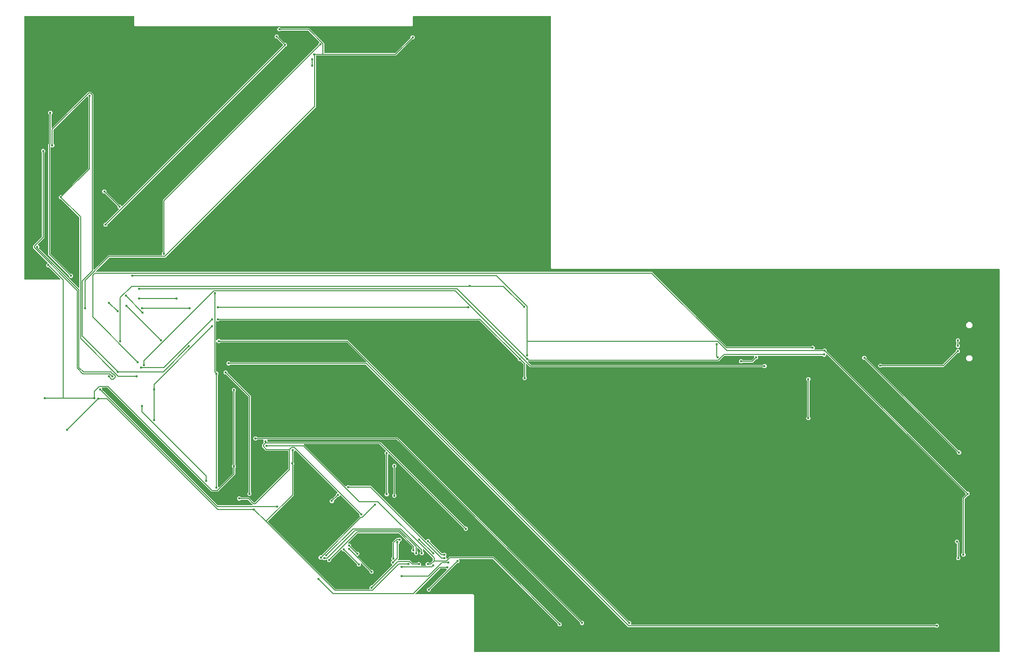
<source format=gbr>
G04 EAGLE Gerber RS-274X export*
G75*
%MOMM*%
%FSLAX34Y34*%
%LPD*%
%INBottom Copper*%
%IPPOS*%
%AMOC8*
5,1,8,0,0,1.08239X$1,22.5*%
G01*
G04 Define Apertures*
%ADD10C,0.150000*%
%ADD11C,0.452400*%
G36*
X1699535Y-229940D02*
X1699238Y-230000D01*
X785524Y-230000D01*
X785249Y-229949D01*
X784994Y-229785D01*
X784822Y-229535D01*
X784762Y-229238D01*
X784762Y-130856D01*
X783144Y-129238D01*
X682913Y-129238D01*
X682650Y-129191D01*
X682392Y-129032D01*
X682217Y-128784D01*
X682151Y-128488D01*
X682207Y-128190D01*
X682375Y-127937D01*
X725661Y-84651D01*
X725903Y-84488D01*
X726200Y-84428D01*
X735607Y-84428D01*
X735893Y-84483D01*
X736146Y-84651D01*
X737549Y-86054D01*
X737707Y-86285D01*
X737772Y-86581D01*
X737717Y-86879D01*
X737549Y-87132D01*
X707248Y-117432D01*
X707007Y-117595D01*
X706710Y-117656D01*
X704887Y-117656D01*
X702818Y-119725D01*
X702818Y-122651D01*
X704887Y-124720D01*
X707813Y-124720D01*
X709882Y-122651D01*
X709882Y-120828D01*
X709938Y-120542D01*
X710105Y-120289D01*
X755312Y-75083D01*
X755553Y-74920D01*
X755850Y-74860D01*
X757673Y-74860D01*
X759742Y-72791D01*
X759742Y-69865D01*
X758986Y-69108D01*
X758833Y-68889D01*
X758763Y-68594D01*
X758814Y-68295D01*
X758977Y-68039D01*
X759227Y-67868D01*
X759525Y-67808D01*
X817383Y-67808D01*
X817669Y-67863D01*
X817921Y-68031D01*
X930427Y-180537D01*
X930590Y-180778D01*
X930651Y-181075D01*
X930651Y-182898D01*
X932720Y-184967D01*
X935646Y-184967D01*
X937715Y-182898D01*
X937715Y-179972D01*
X935646Y-177903D01*
X933823Y-177903D01*
X933537Y-177847D01*
X933284Y-177680D01*
X819372Y-63768D01*
X741523Y-63768D01*
X738190Y-67100D01*
X737971Y-67253D01*
X737676Y-67323D01*
X737377Y-67272D01*
X737121Y-67109D01*
X736950Y-66859D01*
X736890Y-66562D01*
X736890Y-65017D01*
X735775Y-63903D01*
X735617Y-63672D01*
X735552Y-63376D01*
X735608Y-63078D01*
X735775Y-62825D01*
X736890Y-61711D01*
X736890Y-58785D01*
X734821Y-56716D01*
X731895Y-56716D01*
X730606Y-58004D01*
X730364Y-58167D01*
X730067Y-58228D01*
X729662Y-58228D01*
X729376Y-58172D01*
X729124Y-58004D01*
X708720Y-37601D01*
X708557Y-37359D01*
X708497Y-37062D01*
X708497Y-35240D01*
X706428Y-33171D01*
X703502Y-33171D01*
X701318Y-35354D01*
X701088Y-35512D01*
X700792Y-35577D01*
X700494Y-35522D01*
X700241Y-35354D01*
X605389Y59498D01*
X569063Y59498D01*
X568777Y59553D01*
X568524Y59721D01*
X567236Y61010D01*
X564310Y61010D01*
X562126Y58826D01*
X561895Y58668D01*
X561599Y58603D01*
X561301Y58658D01*
X561048Y58826D01*
X489763Y130111D01*
X488850Y131024D01*
X488697Y131244D01*
X488627Y131539D01*
X488678Y131838D01*
X488842Y132093D01*
X489092Y132265D01*
X489389Y132325D01*
X620020Y132325D01*
X620306Y132269D01*
X620559Y132102D01*
X631597Y121064D01*
X631755Y120834D01*
X631820Y120538D01*
X631764Y120239D01*
X631597Y119987D01*
X629413Y117803D01*
X629413Y114877D01*
X630702Y113588D01*
X630865Y113347D01*
X630925Y113049D01*
X630925Y48303D01*
X630869Y48017D01*
X630702Y47764D01*
X629413Y46476D01*
X629413Y43550D01*
X631482Y41481D01*
X634408Y41481D01*
X636477Y43550D01*
X636477Y46476D01*
X635188Y47764D01*
X635025Y48006D01*
X634965Y48303D01*
X634965Y113049D01*
X635021Y113335D01*
X635188Y113588D01*
X636592Y114992D01*
X636822Y115150D01*
X637118Y115215D01*
X637416Y115159D01*
X637669Y114992D01*
X766997Y-14337D01*
X767160Y-14578D01*
X767221Y-14875D01*
X767221Y-16698D01*
X769290Y-18767D01*
X772216Y-18767D01*
X774285Y-16698D01*
X774285Y-13772D01*
X772216Y-11703D01*
X770393Y-11703D01*
X770107Y-11647D01*
X769854Y-11480D01*
X622009Y136365D01*
X426027Y136365D01*
X425752Y136416D01*
X425496Y136580D01*
X425325Y136830D01*
X425265Y137127D01*
X425265Y138578D01*
X425201Y138642D01*
X425048Y138861D01*
X424978Y139156D01*
X425029Y139455D01*
X425192Y139711D01*
X425442Y139882D01*
X425740Y139943D01*
X650490Y139943D01*
X650776Y139887D01*
X651029Y139719D01*
X969207Y-178459D01*
X969370Y-178701D01*
X969431Y-178998D01*
X969431Y-180821D01*
X971500Y-182890D01*
X974426Y-182890D01*
X976495Y-180821D01*
X976495Y-177895D01*
X974426Y-175826D01*
X972603Y-175826D01*
X972317Y-175770D01*
X972064Y-175602D01*
X652479Y143983D01*
X407711Y143983D01*
X407425Y144038D01*
X407172Y144206D01*
X405883Y145495D01*
X402957Y145495D01*
X400888Y143426D01*
X400888Y140500D01*
X402957Y138431D01*
X405883Y138431D01*
X407172Y139719D01*
X407413Y139882D01*
X407711Y139943D01*
X417725Y139943D01*
X417989Y139896D01*
X418247Y139736D01*
X418422Y139489D01*
X418487Y139193D01*
X418432Y138895D01*
X418264Y138642D01*
X418201Y138578D01*
X418201Y135652D01*
X418653Y135200D01*
X418811Y134969D01*
X418876Y134673D01*
X418820Y134375D01*
X418653Y134122D01*
X416250Y131719D01*
X416250Y127276D01*
X422973Y120553D01*
X460501Y120553D01*
X460775Y120501D01*
X461031Y120338D01*
X461202Y120088D01*
X461263Y119791D01*
X461263Y89100D01*
X461207Y88814D01*
X461039Y88561D01*
X403114Y30636D01*
X402872Y30473D01*
X402575Y30413D01*
X402110Y30413D01*
X401824Y30468D01*
X401571Y30636D01*
X392792Y39415D01*
X379318Y39415D01*
X379032Y39471D01*
X378779Y39638D01*
X377491Y40927D01*
X374565Y40927D01*
X372496Y38858D01*
X372496Y35932D01*
X374565Y33863D01*
X377491Y33863D01*
X378779Y35152D01*
X379021Y35315D01*
X379318Y35375D01*
X390803Y35375D01*
X391089Y35319D01*
X391341Y35152D01*
X399627Y26866D01*
X399780Y26646D01*
X399850Y26351D01*
X399799Y26052D01*
X399636Y25797D01*
X399386Y25625D01*
X399089Y25565D01*
X339092Y25565D01*
X338806Y25621D01*
X338554Y25788D01*
X137408Y226934D01*
X137245Y227176D01*
X137185Y227473D01*
X137185Y229296D01*
X137121Y229359D01*
X136968Y229579D01*
X136898Y229874D01*
X136949Y230173D01*
X137112Y230428D01*
X137362Y230600D01*
X137660Y230660D01*
X146350Y230660D01*
X146636Y230604D01*
X146889Y230437D01*
X328101Y49225D01*
X338777Y49225D01*
X369045Y79493D01*
X369045Y90197D01*
X369101Y90483D01*
X369268Y90736D01*
X370557Y92025D01*
X370557Y94951D01*
X369268Y96239D01*
X369105Y96481D01*
X369045Y96778D01*
X369045Y223157D01*
X369101Y223443D01*
X369268Y223696D01*
X370557Y224985D01*
X370557Y227911D01*
X368488Y229980D01*
X365562Y229980D01*
X363493Y227911D01*
X363493Y224985D01*
X364782Y223696D01*
X364945Y223454D01*
X365005Y223157D01*
X365005Y96778D01*
X364949Y96492D01*
X364782Y96239D01*
X363493Y94951D01*
X363493Y92025D01*
X364782Y90736D01*
X364945Y90494D01*
X365005Y90197D01*
X365005Y81482D01*
X364949Y81196D01*
X364782Y80944D01*
X341279Y57441D01*
X341049Y57283D01*
X340753Y57218D01*
X340454Y57273D01*
X340202Y57441D01*
X338798Y58844D01*
X338635Y59086D01*
X338575Y59383D01*
X338575Y251549D01*
X338631Y251835D01*
X338798Y252088D01*
X340087Y253377D01*
X340087Y256303D01*
X338018Y258372D01*
X336888Y258372D01*
X336602Y258428D01*
X336349Y258595D01*
X336028Y258916D01*
X335865Y259158D01*
X335805Y259455D01*
X335805Y309695D01*
X335852Y309959D01*
X336011Y310217D01*
X336259Y310392D01*
X336555Y310457D01*
X336853Y310402D01*
X337106Y310234D01*
X339247Y308093D01*
X342173Y308093D01*
X343462Y309382D01*
X343703Y309545D01*
X344001Y309605D01*
X563235Y309605D01*
X563521Y309549D01*
X563774Y309382D01*
X596990Y276166D01*
X597143Y275946D01*
X597213Y275651D01*
X597162Y275352D01*
X596999Y275097D01*
X596748Y274925D01*
X596451Y274865D01*
X360621Y274865D01*
X360335Y274921D01*
X360082Y275088D01*
X358793Y276377D01*
X355867Y276377D01*
X353798Y274308D01*
X353798Y271382D01*
X355867Y269313D01*
X358793Y269313D01*
X360082Y270602D01*
X360323Y270765D01*
X360621Y270825D01*
X595783Y270825D01*
X596069Y270769D01*
X596321Y270602D01*
X1053148Y-186225D01*
X1587382Y-186225D01*
X1587668Y-186281D01*
X1587921Y-186448D01*
X1589210Y-187737D01*
X1592136Y-187737D01*
X1594205Y-185668D01*
X1594205Y-182742D01*
X1592136Y-180673D01*
X1589210Y-180673D01*
X1587921Y-181962D01*
X1587679Y-182125D01*
X1587382Y-182185D01*
X1059377Y-182185D01*
X1059114Y-182138D01*
X1058856Y-181979D01*
X1058680Y-181731D01*
X1058615Y-181435D01*
X1058671Y-181137D01*
X1058838Y-180884D01*
X1058902Y-180821D01*
X1058902Y-177895D01*
X1056833Y-175826D01*
X1055010Y-175826D01*
X1054724Y-175770D01*
X1054472Y-175602D01*
X565224Y313645D01*
X344001Y313645D01*
X343715Y313701D01*
X343462Y313868D01*
X342173Y315157D01*
X339247Y315157D01*
X337106Y313016D01*
X336886Y312863D01*
X336591Y312793D01*
X336292Y312844D01*
X336037Y313007D01*
X335865Y313257D01*
X335805Y313555D01*
X335805Y345705D01*
X335852Y345969D01*
X336011Y346227D01*
X336259Y346402D01*
X336555Y346467D01*
X336853Y346412D01*
X337106Y346244D01*
X337170Y346181D01*
X340096Y346181D01*
X341384Y347469D01*
X341626Y347632D01*
X341923Y347693D01*
X793838Y347693D01*
X794124Y347637D01*
X794376Y347469D01*
X861177Y280668D01*
X861340Y280427D01*
X861401Y280130D01*
X861401Y279000D01*
X863470Y276931D01*
X865292Y276931D01*
X865578Y276875D01*
X865831Y276707D01*
X870999Y271539D01*
X871162Y271297D01*
X871223Y271000D01*
X871223Y250513D01*
X871167Y250227D01*
X870999Y249974D01*
X869711Y248686D01*
X869711Y245760D01*
X871780Y243691D01*
X874706Y243691D01*
X876775Y245760D01*
X876775Y248686D01*
X875486Y249974D01*
X875323Y250216D01*
X875263Y250513D01*
X875263Y271669D01*
X875309Y271932D01*
X875469Y272190D01*
X875716Y272365D01*
X876012Y272431D01*
X876310Y272375D01*
X876563Y272207D01*
X882793Y265978D01*
X1287529Y265978D01*
X1287815Y265922D01*
X1288068Y265754D01*
X1289357Y264466D01*
X1292283Y264466D01*
X1294352Y266535D01*
X1294352Y269461D01*
X1292283Y271530D01*
X1289357Y271530D01*
X1288068Y270241D01*
X1287827Y270078D01*
X1287529Y270018D01*
X884782Y270018D01*
X884496Y270073D01*
X884244Y270241D01*
X879420Y275064D01*
X879267Y275284D01*
X879197Y275579D01*
X879248Y275878D01*
X879412Y276133D01*
X879662Y276305D01*
X879959Y276365D01*
X1211327Y276365D01*
X1220799Y285837D01*
X1221040Y286000D01*
X1221337Y286060D01*
X1272270Y286060D01*
X1272534Y286013D01*
X1272792Y285854D01*
X1272967Y285606D01*
X1273032Y285310D01*
X1272977Y285012D01*
X1272809Y284759D01*
X1272746Y284696D01*
X1272746Y282873D01*
X1272690Y282587D01*
X1272522Y282334D01*
X1268739Y278551D01*
X1268497Y278388D01*
X1268200Y278328D01*
X1253253Y278328D01*
X1252967Y278383D01*
X1252714Y278551D01*
X1251426Y279840D01*
X1248500Y279840D01*
X1246431Y277771D01*
X1246431Y274845D01*
X1248500Y272776D01*
X1251426Y272776D01*
X1252714Y274064D01*
X1252956Y274227D01*
X1253253Y274288D01*
X1270189Y274288D01*
X1275379Y279477D01*
X1275621Y279640D01*
X1275918Y279701D01*
X1277741Y279701D01*
X1279810Y281770D01*
X1279810Y284696D01*
X1279746Y284759D01*
X1279593Y284979D01*
X1279523Y285274D01*
X1279574Y285573D01*
X1279737Y285828D01*
X1279987Y286000D01*
X1280285Y286060D01*
X1391404Y286060D01*
X1391690Y286004D01*
X1391943Y285837D01*
X1393232Y284548D01*
X1396158Y284548D01*
X1398227Y286617D01*
X1398227Y287469D01*
X1398274Y287732D01*
X1398433Y287991D01*
X1398681Y288166D01*
X1398977Y288231D01*
X1399275Y288175D01*
X1399528Y288008D01*
X1640932Y46603D01*
X1641095Y46362D01*
X1641156Y46065D01*
X1641156Y44653D01*
X1641100Y44367D01*
X1640932Y44114D01*
X1635050Y38232D01*
X1635050Y-56957D01*
X1634994Y-57243D01*
X1634827Y-57496D01*
X1633538Y-58785D01*
X1633538Y-61711D01*
X1635607Y-63780D01*
X1638533Y-63780D01*
X1640602Y-61711D01*
X1640602Y-58785D01*
X1639313Y-57496D01*
X1639150Y-57254D01*
X1639090Y-56957D01*
X1639090Y36243D01*
X1639146Y36529D01*
X1639313Y36781D01*
X1644482Y41950D01*
X1644723Y42113D01*
X1645020Y42173D01*
X1646151Y42173D01*
X1648220Y44242D01*
X1648220Y47168D01*
X1646151Y49237D01*
X1644328Y49237D01*
X1644042Y49293D01*
X1643789Y49460D01*
X1399143Y294107D01*
X1398980Y294348D01*
X1398920Y294645D01*
X1398920Y296468D01*
X1396851Y298537D01*
X1393925Y298537D01*
X1392636Y297248D01*
X1392394Y297085D01*
X1392097Y297025D01*
X1378620Y297025D01*
X1378356Y297072D01*
X1378098Y297231D01*
X1377923Y297479D01*
X1377858Y297775D01*
X1377913Y298073D01*
X1378081Y298326D01*
X1378145Y298390D01*
X1378145Y301316D01*
X1376076Y303385D01*
X1373150Y303385D01*
X1371861Y302096D01*
X1371619Y301933D01*
X1371322Y301873D01*
X1225492Y301873D01*
X1225206Y301928D01*
X1224954Y302096D01*
X1094987Y432063D01*
X127211Y432063D01*
X126948Y432109D01*
X126690Y432269D01*
X126515Y432516D01*
X126449Y432812D01*
X126505Y433110D01*
X126673Y433363D01*
X150194Y456884D01*
X150435Y457047D01*
X150732Y457108D01*
X247367Y457108D01*
X509623Y719363D01*
X509623Y808136D01*
X509674Y808410D01*
X509837Y808666D01*
X510087Y808837D01*
X510385Y808898D01*
X649017Y808898D01*
X677059Y836940D01*
X677301Y837103D01*
X677598Y837163D01*
X679421Y837163D01*
X681490Y839232D01*
X681490Y842158D01*
X679421Y844227D01*
X676495Y844227D01*
X674426Y842158D01*
X674426Y840335D01*
X674370Y840049D01*
X674202Y839797D01*
X647566Y813161D01*
X647325Y812998D01*
X647028Y812938D01*
X524927Y812938D01*
X524652Y812989D01*
X524397Y813152D01*
X524225Y813402D01*
X524165Y813700D01*
X524165Y830452D01*
X498052Y856565D01*
X449261Y856565D01*
X448975Y856621D01*
X448722Y856788D01*
X447433Y858077D01*
X444507Y858077D01*
X442438Y856008D01*
X442438Y853082D01*
X444507Y851013D01*
X447433Y851013D01*
X448722Y852302D01*
X448963Y852465D01*
X449261Y852525D01*
X496063Y852525D01*
X496349Y852469D01*
X496601Y852302D01*
X515949Y832954D01*
X516107Y832724D01*
X516172Y832428D01*
X516117Y832129D01*
X515949Y831877D01*
X513766Y829693D01*
X513766Y827870D01*
X513710Y827584D01*
X513542Y827332D01*
X243125Y556914D01*
X243125Y467266D01*
X243069Y466980D01*
X242902Y466727D01*
X241613Y465438D01*
X241613Y462512D01*
X241677Y462448D01*
X241830Y462229D01*
X241900Y461934D01*
X241849Y461635D01*
X241685Y461379D01*
X241435Y461208D01*
X241138Y461148D01*
X148743Y461148D01*
X123816Y436220D01*
X123596Y436067D01*
X123301Y435997D01*
X123002Y436048D01*
X122747Y436212D01*
X122575Y436462D01*
X122515Y436759D01*
X122515Y741119D01*
X117869Y745765D01*
X113426Y745765D01*
X50411Y682750D01*
X50191Y682597D01*
X49896Y682527D01*
X49597Y682578D01*
X49342Y682742D01*
X49170Y682992D01*
X49110Y683289D01*
X49110Y705829D01*
X49166Y706115D01*
X49333Y706368D01*
X50622Y707657D01*
X50622Y710583D01*
X48553Y712652D01*
X45627Y712652D01*
X43558Y710583D01*
X43558Y707657D01*
X44847Y706368D01*
X45010Y706127D01*
X45070Y705829D01*
X45070Y656257D01*
X45014Y655971D01*
X44847Y655719D01*
X43685Y654557D01*
X43685Y461753D01*
X79345Y426093D01*
X79508Y425852D01*
X79568Y425555D01*
X79568Y423732D01*
X81637Y421663D01*
X84563Y421663D01*
X86632Y423732D01*
X86632Y426658D01*
X84563Y428727D01*
X82740Y428727D01*
X82454Y428783D01*
X82202Y428950D01*
X47948Y463204D01*
X47785Y463445D01*
X47725Y463742D01*
X47725Y648328D01*
X47772Y648591D01*
X47931Y648849D01*
X48179Y649025D01*
X48475Y649090D01*
X48773Y649034D01*
X49026Y648867D01*
X49090Y648803D01*
X52016Y648803D01*
X54085Y650872D01*
X54085Y653798D01*
X52796Y655087D01*
X52633Y655328D01*
X52573Y655626D01*
X52573Y678883D01*
X52628Y679169D01*
X52796Y679421D01*
X110923Y737549D01*
X111154Y737707D01*
X111450Y737772D01*
X111748Y737717D01*
X112001Y737549D01*
X113404Y736146D01*
X113567Y735904D01*
X113628Y735607D01*
X113628Y613322D01*
X113572Y613036D01*
X113404Y612784D01*
X66686Y566065D01*
X66444Y565902D01*
X66147Y565842D01*
X64325Y565842D01*
X62256Y563773D01*
X62256Y560847D01*
X64325Y558778D01*
X65455Y558778D01*
X65741Y558722D01*
X65993Y558555D01*
X97477Y527071D01*
X97640Y526830D01*
X97700Y526533D01*
X97700Y404904D01*
X97653Y404641D01*
X97494Y404382D01*
X97246Y404207D01*
X96950Y404142D01*
X96652Y404198D01*
X96399Y404365D01*
X27663Y473101D01*
X27505Y473331D01*
X27440Y473627D01*
X27496Y473926D01*
X27663Y474178D01*
X27770Y474285D01*
X27770Y477211D01*
X25586Y479394D01*
X25428Y479625D01*
X25363Y479921D01*
X25418Y480219D01*
X25586Y480472D01*
X36645Y491531D01*
X36645Y639349D01*
X36701Y639635D01*
X36868Y639888D01*
X38157Y641177D01*
X38157Y644103D01*
X36088Y646172D01*
X33162Y646172D01*
X31093Y644103D01*
X31093Y641177D01*
X32382Y639888D01*
X32545Y639647D01*
X32605Y639349D01*
X32605Y493520D01*
X32549Y493234D01*
X32382Y492981D01*
X17370Y477969D01*
X17370Y473526D01*
X18776Y472119D01*
X42279Y448617D01*
X42437Y448386D01*
X42502Y448090D01*
X42447Y447792D01*
X42279Y447539D01*
X40096Y445356D01*
X40096Y442430D01*
X42165Y440361D01*
X43987Y440361D01*
X44273Y440305D01*
X44526Y440137D01*
X64600Y420063D01*
X64753Y419843D01*
X64823Y419548D01*
X64772Y419249D01*
X64609Y418994D01*
X64359Y418822D01*
X64062Y418762D01*
X2762Y418762D01*
X2487Y418813D01*
X2232Y418977D01*
X2060Y419227D01*
X2000Y419524D01*
X2000Y877238D01*
X2051Y877513D01*
X2215Y877768D01*
X2465Y877940D01*
X2762Y878000D01*
X192476Y878000D01*
X192751Y877949D01*
X193006Y877785D01*
X193178Y877535D01*
X193238Y877238D01*
X193238Y861856D01*
X194856Y860238D01*
X677144Y860238D01*
X678762Y861856D01*
X678762Y877238D01*
X678813Y877513D01*
X678977Y877768D01*
X679227Y877940D01*
X679524Y878000D01*
X918476Y878000D01*
X918751Y877949D01*
X919006Y877785D01*
X919178Y877535D01*
X919238Y877238D01*
X919238Y438856D01*
X920856Y437238D01*
X1699238Y437238D01*
X1699513Y437187D01*
X1699768Y437023D01*
X1699940Y436773D01*
X1700000Y436476D01*
X1700000Y-229238D01*
X1699949Y-229513D01*
X1699785Y-229768D01*
X1699535Y-229940D01*
G37*
%LPC*%
G36*
X141885Y510996D02*
X144811Y510996D01*
X146880Y513065D01*
X146880Y514887D01*
X146935Y515173D01*
X147103Y515426D01*
X455459Y823782D01*
X455701Y823945D01*
X455998Y824006D01*
X457128Y824006D01*
X459197Y826075D01*
X459197Y829001D01*
X457128Y831070D01*
X455305Y831070D01*
X455019Y831125D01*
X454767Y831293D01*
X444878Y841182D01*
X444715Y841423D01*
X444655Y841720D01*
X444655Y843543D01*
X442586Y845612D01*
X439660Y845612D01*
X437591Y843543D01*
X437591Y840617D01*
X439660Y838548D01*
X441482Y838548D01*
X441768Y838492D01*
X442021Y838325D01*
X451910Y828436D01*
X452073Y828194D01*
X452133Y827897D01*
X452133Y826485D01*
X452077Y826199D01*
X451910Y825947D01*
X172418Y546455D01*
X172198Y546302D01*
X171903Y546232D01*
X171604Y546283D01*
X171349Y546446D01*
X171177Y546696D01*
X171117Y546993D01*
X171117Y547153D01*
X169048Y549222D01*
X167225Y549222D01*
X166939Y549278D01*
X166687Y549445D01*
X145025Y571107D01*
X144862Y571348D01*
X144802Y571645D01*
X144802Y573468D01*
X142733Y575537D01*
X139807Y575537D01*
X137738Y573468D01*
X137738Y570542D01*
X139807Y568473D01*
X141630Y568473D01*
X141916Y568417D01*
X142168Y568250D01*
X163830Y546588D01*
X163993Y546347D01*
X164053Y546050D01*
X164053Y544227D01*
X166122Y542158D01*
X166282Y542158D01*
X166545Y542111D01*
X166803Y541952D01*
X166978Y541704D01*
X167044Y541408D01*
X166988Y541110D01*
X166820Y540857D01*
X144246Y518283D01*
X144004Y518120D01*
X143707Y518060D01*
X141885Y518060D01*
X139816Y515991D01*
X139816Y513065D01*
X141885Y510996D01*
G37*
G36*
X1645365Y334250D02*
X1649715Y334250D01*
X1652790Y337325D01*
X1652790Y341675D01*
X1649715Y344750D01*
X1645365Y344750D01*
X1642290Y341675D01*
X1642290Y337325D01*
X1645365Y334250D01*
G37*
G36*
X1625912Y299783D02*
X1628838Y299783D01*
X1630907Y301852D01*
X1630907Y304778D01*
X1629618Y306067D01*
X1629455Y306308D01*
X1629395Y306606D01*
X1629395Y309719D01*
X1629451Y310005D01*
X1629618Y310258D01*
X1630907Y311547D01*
X1630907Y314473D01*
X1628838Y316542D01*
X1625912Y316542D01*
X1623843Y314473D01*
X1623843Y311547D01*
X1625132Y310258D01*
X1625295Y310017D01*
X1625355Y309719D01*
X1625355Y306606D01*
X1625299Y306320D01*
X1625132Y306067D01*
X1623843Y304778D01*
X1623843Y301852D01*
X1625912Y299783D01*
G37*
G36*
X1490875Y265158D02*
X1493801Y265158D01*
X1495089Y266447D01*
X1495331Y266610D01*
X1495628Y266670D01*
X1602589Y266670D01*
X1626477Y290557D01*
X1626718Y290720D01*
X1627015Y290781D01*
X1628838Y290781D01*
X1630907Y292850D01*
X1630907Y295776D01*
X1628838Y297845D01*
X1625912Y297845D01*
X1623843Y295776D01*
X1623843Y293953D01*
X1623787Y293667D01*
X1623620Y293414D01*
X1601139Y270933D01*
X1600897Y270770D01*
X1600600Y270710D01*
X1495628Y270710D01*
X1495342Y270766D01*
X1495089Y270933D01*
X1493801Y272222D01*
X1490875Y272222D01*
X1488806Y270153D01*
X1488806Y267227D01*
X1490875Y265158D01*
G37*
G36*
X1645365Y276450D02*
X1649715Y276450D01*
X1652790Y279525D01*
X1652790Y283875D01*
X1649715Y286950D01*
X1645365Y286950D01*
X1642290Y283875D01*
X1642290Y279525D01*
X1645365Y276450D01*
G37*
G36*
X1627990Y114193D02*
X1630916Y114193D01*
X1632985Y116262D01*
X1632985Y119188D01*
X1630916Y121257D01*
X1629093Y121257D01*
X1628807Y121313D01*
X1628554Y121480D01*
X1468393Y281642D01*
X1468230Y281883D01*
X1468170Y282180D01*
X1468170Y284003D01*
X1466101Y286072D01*
X1463175Y286072D01*
X1461106Y284003D01*
X1461106Y281077D01*
X1463175Y279008D01*
X1464997Y279008D01*
X1465283Y278952D01*
X1465536Y278785D01*
X1625697Y118623D01*
X1625860Y118382D01*
X1625921Y118085D01*
X1625921Y116262D01*
X1627990Y114193D01*
G37*
G36*
X392570Y42173D02*
X395496Y42173D01*
X397565Y44242D01*
X397565Y47168D01*
X396276Y48457D01*
X396113Y48698D01*
X396053Y48996D01*
X396053Y216204D01*
X356238Y256019D01*
X356075Y256261D01*
X356015Y256558D01*
X356015Y258381D01*
X353946Y260450D01*
X351020Y260450D01*
X348951Y258381D01*
X348951Y255455D01*
X351020Y253386D01*
X352842Y253386D01*
X353128Y253330D01*
X353381Y253162D01*
X391789Y214754D01*
X391952Y214512D01*
X392013Y214215D01*
X392013Y48996D01*
X391957Y48710D01*
X391789Y48457D01*
X390501Y47168D01*
X390501Y44242D01*
X392570Y42173D01*
G37*
G36*
X1365532Y173748D02*
X1368458Y173748D01*
X1370527Y175817D01*
X1370527Y178743D01*
X1369238Y180032D01*
X1369075Y180273D01*
X1369015Y180571D01*
X1369015Y241854D01*
X1369071Y242140D01*
X1369238Y242393D01*
X1370527Y243682D01*
X1370527Y246608D01*
X1368458Y248677D01*
X1365532Y248677D01*
X1363463Y246608D01*
X1363463Y243682D01*
X1364752Y242393D01*
X1364915Y242152D01*
X1364975Y241854D01*
X1364975Y180571D01*
X1364919Y180285D01*
X1364752Y180032D01*
X1363463Y178743D01*
X1363463Y175817D01*
X1365532Y173748D01*
G37*
G36*
X644640Y38711D02*
X647566Y38711D01*
X649635Y40780D01*
X649635Y43706D01*
X648346Y44994D01*
X648183Y45236D01*
X648123Y45533D01*
X648123Y91122D01*
X648178Y91408D01*
X648346Y91661D01*
X649635Y92950D01*
X649635Y95876D01*
X647566Y97945D01*
X644640Y97945D01*
X642571Y95876D01*
X642571Y92950D01*
X643859Y91661D01*
X644022Y91419D01*
X644083Y91122D01*
X644083Y45533D01*
X644027Y45247D01*
X643859Y44994D01*
X642571Y43706D01*
X642571Y40780D01*
X644640Y38711D01*
G37*
G36*
X1626605Y-70012D02*
X1629531Y-70012D01*
X1631600Y-67943D01*
X1631600Y-65017D01*
X1630311Y-63728D01*
X1630148Y-63487D01*
X1630088Y-63189D01*
X1630088Y-38636D01*
X1629745Y-38293D01*
X1629582Y-38052D01*
X1629522Y-37755D01*
X1629522Y-35932D01*
X1627453Y-33863D01*
X1624527Y-33863D01*
X1622458Y-35932D01*
X1622458Y-38858D01*
X1624527Y-40927D01*
X1625286Y-40927D01*
X1625560Y-40978D01*
X1625816Y-41142D01*
X1625987Y-41392D01*
X1626048Y-41689D01*
X1626048Y-63189D01*
X1625992Y-63475D01*
X1625824Y-63728D01*
X1624536Y-65017D01*
X1624536Y-67943D01*
X1626605Y-70012D01*
G37*
%LPD*%
G36*
X602920Y-120492D02*
X602623Y-120553D01*
X544072Y-120553D01*
X543786Y-120497D01*
X543534Y-120329D01*
X426167Y-2963D01*
X426009Y-2732D01*
X425944Y-2436D01*
X425999Y-2138D01*
X426167Y-1885D01*
X470843Y42791D01*
X470843Y95737D01*
X470898Y96023D01*
X471066Y96276D01*
X471662Y96872D01*
X471662Y99798D01*
X471066Y100394D01*
X470903Y100636D01*
X470843Y100933D01*
X470843Y118589D01*
X470898Y118875D01*
X471066Y119128D01*
X472355Y120417D01*
X472355Y121269D01*
X472401Y121532D01*
X472561Y121791D01*
X472808Y121966D01*
X473104Y122031D01*
X473402Y121975D01*
X473655Y121808D01*
X547003Y48460D01*
X547156Y48241D01*
X547226Y47946D01*
X547175Y47647D01*
X547012Y47391D01*
X546761Y47220D01*
X546464Y47160D01*
X546305Y47160D01*
X544236Y45091D01*
X544236Y43268D01*
X544180Y42982D01*
X544012Y42729D01*
X538278Y36995D01*
X538037Y36832D01*
X537740Y36772D01*
X535917Y36772D01*
X533848Y34703D01*
X533848Y31777D01*
X535917Y29708D01*
X538843Y29708D01*
X540912Y31777D01*
X540912Y33600D01*
X540968Y33886D01*
X541135Y34138D01*
X546869Y39872D01*
X547111Y40035D01*
X547408Y40096D01*
X549231Y40096D01*
X551300Y42165D01*
X551300Y42324D01*
X551346Y42587D01*
X551506Y42846D01*
X551753Y43021D01*
X552049Y43086D01*
X552347Y43030D01*
X552600Y42863D01*
X584870Y10593D01*
X585033Y10352D01*
X585093Y10055D01*
X585093Y8232D01*
X586238Y7087D01*
X586396Y6857D01*
X586461Y6561D01*
X586405Y6262D01*
X586238Y6010D01*
X518888Y-61340D01*
X518647Y-61503D01*
X518350Y-61563D01*
X516527Y-61563D01*
X514458Y-63632D01*
X514458Y-66558D01*
X516527Y-68627D01*
X519453Y-68627D01*
X519875Y-68205D01*
X520105Y-68047D01*
X520402Y-67982D01*
X520700Y-68038D01*
X520953Y-68205D01*
X522760Y-70012D01*
X525686Y-70012D01*
X526974Y-68723D01*
X527216Y-68560D01*
X527513Y-68500D01*
X528239Y-68500D01*
X528513Y-68551D01*
X528769Y-68715D01*
X528940Y-68965D01*
X529001Y-69262D01*
X529001Y-71406D01*
X531070Y-73475D01*
X533996Y-73475D01*
X536065Y-71406D01*
X536065Y-69583D01*
X536120Y-69297D01*
X536288Y-69044D01*
X553322Y-52010D01*
X553542Y-51857D01*
X553837Y-51787D01*
X554136Y-51838D01*
X554391Y-52001D01*
X554563Y-52251D01*
X554623Y-52548D01*
X554623Y-52708D01*
X556692Y-54777D01*
X558515Y-54777D01*
X558801Y-54833D01*
X559053Y-55000D01*
X580715Y-76662D01*
X580878Y-76903D01*
X580938Y-77200D01*
X580938Y-79023D01*
X583007Y-81092D01*
X585933Y-81092D01*
X588002Y-79023D01*
X588002Y-76093D01*
X588049Y-75830D01*
X588208Y-75572D01*
X588456Y-75397D01*
X588752Y-75331D01*
X589050Y-75387D01*
X589303Y-75555D01*
X602875Y-89127D01*
X603038Y-89368D01*
X603098Y-89665D01*
X603098Y-91488D01*
X605167Y-93557D01*
X608093Y-93557D01*
X610162Y-91488D01*
X610162Y-88562D01*
X608093Y-86493D01*
X606270Y-86493D01*
X605984Y-86437D01*
X605732Y-86270D01*
X583048Y-63587D01*
X582890Y-63356D01*
X582825Y-63060D01*
X582881Y-62762D01*
X583048Y-62509D01*
X585232Y-60326D01*
X585232Y-57400D01*
X583163Y-55331D01*
X581340Y-55331D01*
X581054Y-55275D01*
X580802Y-55107D01*
X570913Y-45218D01*
X570750Y-44977D01*
X570690Y-44680D01*
X570690Y-42857D01*
X568621Y-40788D01*
X566383Y-40788D01*
X566120Y-40741D01*
X565862Y-40582D01*
X565687Y-40334D01*
X565621Y-40038D01*
X565677Y-39740D01*
X565845Y-39487D01*
X582314Y-23018D01*
X582555Y-22855D01*
X582852Y-22795D01*
X653260Y-22795D01*
X653546Y-22851D01*
X653799Y-23018D01*
X677099Y-46319D01*
X677262Y-46560D01*
X677323Y-46857D01*
X677323Y-49339D01*
X677267Y-49625D01*
X677099Y-49878D01*
X675811Y-51167D01*
X675811Y-54093D01*
X677880Y-56162D01*
X679896Y-56162D01*
X680171Y-56213D01*
X680426Y-56377D01*
X680598Y-56627D01*
X680658Y-56924D01*
X680658Y-58941D01*
X682727Y-61010D01*
X685653Y-61010D01*
X687722Y-58941D01*
X687722Y-56015D01*
X686433Y-54726D01*
X686270Y-54484D01*
X686210Y-54187D01*
X686210Y-48959D01*
X686257Y-48696D01*
X686416Y-48437D01*
X686664Y-48262D01*
X686960Y-48197D01*
X687258Y-48253D01*
X687511Y-48420D01*
X691642Y-52551D01*
X691805Y-52793D01*
X691865Y-53090D01*
X691865Y-54187D01*
X691809Y-54473D01*
X691642Y-54726D01*
X690353Y-56015D01*
X690353Y-58941D01*
X692422Y-61010D01*
X695348Y-61010D01*
X697417Y-58941D01*
X697417Y-56015D01*
X696128Y-54726D01*
X695965Y-54484D01*
X695905Y-54187D01*
X695905Y-51036D01*
X695952Y-50773D01*
X696111Y-50515D01*
X696359Y-50340D01*
X696655Y-50274D01*
X696953Y-50330D01*
X697206Y-50498D01*
X713109Y-66401D01*
X713272Y-66643D01*
X713333Y-66940D01*
X713333Y-70175D01*
X713277Y-70461D01*
X713109Y-70714D01*
X709199Y-74624D01*
X708957Y-74787D01*
X708660Y-74848D01*
X707563Y-74848D01*
X707277Y-74792D01*
X707024Y-74624D01*
X705736Y-73336D01*
X702810Y-73336D01*
X700741Y-75405D01*
X700741Y-78331D01*
X700804Y-78394D01*
X700957Y-78614D01*
X701027Y-78909D01*
X700976Y-79208D01*
X700813Y-79463D01*
X700563Y-79635D01*
X700265Y-79695D01*
X693045Y-79695D01*
X692781Y-79648D01*
X692523Y-79489D01*
X692348Y-79241D01*
X692283Y-78945D01*
X692338Y-78647D01*
X692506Y-78394D01*
X692570Y-78331D01*
X692570Y-75405D01*
X690501Y-73336D01*
X687575Y-73336D01*
X686286Y-74624D01*
X686044Y-74787D01*
X685747Y-74848D01*
X678417Y-74848D01*
X678131Y-74792D01*
X677879Y-74624D01*
X673254Y-70000D01*
X652819Y-70000D01*
X652556Y-69953D01*
X652297Y-69794D01*
X652122Y-69546D01*
X652057Y-69250D01*
X652113Y-68952D01*
X652280Y-68699D01*
X653663Y-67317D01*
X653663Y-42071D01*
X653718Y-41785D01*
X653886Y-41532D01*
X655175Y-40243D01*
X655175Y-38227D01*
X655226Y-37952D01*
X655389Y-37696D01*
X655639Y-37525D01*
X655937Y-37465D01*
X656568Y-37465D01*
X658637Y-35396D01*
X658637Y-32470D01*
X656568Y-30401D01*
X653642Y-30401D01*
X652353Y-31689D01*
X652112Y-31852D01*
X651814Y-31913D01*
X649421Y-31913D01*
X642698Y-38636D01*
X642698Y-63882D01*
X642642Y-64168D01*
X642474Y-64421D01*
X641186Y-65710D01*
X641186Y-68636D01*
X642300Y-69750D01*
X642458Y-69980D01*
X642523Y-70277D01*
X642467Y-70575D01*
X642300Y-70828D01*
X640493Y-72635D01*
X640493Y-75561D01*
X642677Y-77744D01*
X642835Y-77975D01*
X642900Y-78271D01*
X642844Y-78569D01*
X642677Y-78822D01*
X607528Y-113970D01*
X607287Y-114133D01*
X606990Y-114193D01*
X605167Y-114193D01*
X603098Y-116262D01*
X603098Y-119188D01*
X603162Y-119252D01*
X603315Y-119471D01*
X603385Y-119766D01*
X603334Y-120065D01*
X603170Y-120321D01*
X602920Y-120492D01*
G37*
D10*
X617710Y-35318D02*
X635715Y-35318D01*
X359408Y81023D02*
X359408Y238220D01*
X359408Y81023D02*
X351098Y72713D01*
X247223Y804685D02*
X247223Y834463D01*
X472285Y810918D02*
X472285Y799145D01*
X458435Y785295D01*
X94873Y754133D02*
X65095Y754133D01*
X94873Y754133D02*
X105953Y743053D01*
X1231958Y121880D02*
X1231958Y112878D01*
X1231958Y121880D02*
X1221570Y132268D01*
X1509650Y216753D02*
X1509650Y230603D01*
X1508958Y231295D01*
X1508958Y231988D02*
X1484720Y256225D01*
X1508958Y231988D02*
X1508958Y231295D01*
D11*
X635715Y-35318D03*
X617710Y-35318D03*
X359408Y238220D03*
X351098Y72713D03*
X247223Y834463D03*
X247223Y804685D03*
X472285Y810918D03*
X458435Y785295D03*
X65095Y754133D03*
X105953Y743053D03*
X1231958Y112878D03*
X1221570Y132268D03*
X1509650Y216753D03*
X1508958Y231295D03*
X1484720Y256225D03*
D10*
X1492338Y268690D02*
X1601753Y268690D01*
X1627375Y294313D01*
D11*
X1492338Y268690D03*
X1627375Y294313D03*
D10*
X1627375Y303315D02*
X1627375Y313010D01*
D11*
X1627375Y313010D03*
X1627375Y303315D03*
D10*
X1366995Y245145D02*
X1366995Y177280D01*
D11*
X1366995Y245145D03*
X1366995Y177280D03*
D10*
X394033Y215368D02*
X394033Y45705D01*
X394033Y215368D02*
X352483Y256918D01*
X243760Y258303D02*
X164123Y258303D01*
X243760Y258303D02*
X288080Y302623D01*
X50553Y652335D02*
X50553Y680035D01*
X114263Y743745D01*
X117033Y743745D01*
X120495Y740283D01*
X120495Y434198D01*
X102490Y416193D01*
X102490Y320628D01*
X164123Y258995D01*
X164123Y258303D01*
D11*
X394033Y45705D03*
X352483Y256918D03*
X164123Y258303D03*
X288080Y302623D03*
X50553Y652335D03*
D10*
X130190Y211213D02*
X76175Y157198D01*
X34625Y492368D02*
X34625Y642640D01*
X34625Y492368D02*
X19390Y477133D01*
X19390Y474363D01*
X94180Y399573D01*
X94180Y264535D01*
X103875Y254840D01*
X150273Y254840D01*
X155120Y249993D01*
X653720Y-76868D02*
X671033Y-76868D01*
X653720Y-76868D02*
X608015Y-122573D01*
X542920Y-122573D01*
X422771Y-2424D02*
X401650Y18698D01*
X422771Y-2424D02*
X542920Y-122573D01*
X468823Y43628D02*
X468823Y98335D01*
X468823Y121880D01*
X468823Y43628D02*
X422771Y-2424D01*
X468130Y98335D02*
X468823Y98335D01*
X146118Y211213D02*
X130190Y211213D01*
X146118Y211213D02*
X338633Y18698D01*
X401650Y18698D01*
D11*
X130190Y211213D03*
X76175Y157198D03*
X34625Y642640D03*
X155120Y249993D03*
X671033Y-76868D03*
X401650Y18698D03*
X468823Y121880D03*
X468130Y98335D03*
D10*
X69943Y211905D02*
X37395Y211905D01*
X69943Y211905D02*
X123958Y211905D01*
X69943Y417578D02*
X43628Y443893D01*
X69943Y417578D02*
X69943Y211905D01*
X684190Y-46398D02*
X684190Y-57478D01*
X684190Y-46398D02*
X655798Y-18005D01*
X577545Y-18005D01*
X529070Y-66480D01*
X524223Y-66480D01*
X367025Y93488D02*
X367025Y226448D01*
X123958Y224370D02*
X123958Y211905D01*
X123958Y224370D02*
X132268Y232680D01*
X147503Y232680D01*
X328938Y51245D01*
X337940Y51245D01*
X367025Y80330D01*
X367025Y93488D01*
D11*
X123958Y211905D03*
X37395Y211905D03*
X43628Y443893D03*
X684190Y-57478D03*
X524223Y-66480D03*
X367025Y226448D03*
X367025Y93488D03*
D10*
X290158Y368410D02*
X207058Y368410D01*
X47090Y655105D02*
X47090Y709120D01*
X47090Y655105D02*
X45705Y653720D01*
X45705Y462590D01*
X83100Y425195D01*
X376028Y37395D02*
X391955Y37395D01*
X400958Y28393D01*
X403728Y28393D01*
X463283Y87948D01*
X463283Y122573D01*
X467438Y126728D01*
X471593Y126728D01*
X588625Y9695D01*
X621173Y134345D02*
X770753Y-15235D01*
X621173Y134345D02*
X421733Y134345D01*
X418270Y130883D01*
X418270Y128113D01*
X423810Y122573D01*
X463283Y122573D01*
X421733Y134345D02*
X421733Y137115D01*
D11*
X290158Y368410D03*
X207058Y368410D03*
X47090Y709120D03*
X83100Y425195D03*
X376028Y37395D03*
X588625Y9695D03*
X770753Y-15235D03*
X421733Y137115D03*
D10*
X567158Y-44320D02*
X581700Y-58863D01*
D11*
X567158Y-44320D03*
X581700Y-58863D03*
D10*
X646103Y42243D02*
X646103Y94413D01*
X587933Y4848D02*
X517990Y-65095D01*
X587933Y4848D02*
X590010Y4848D01*
X612170Y27008D01*
D11*
X646103Y42243D03*
X646103Y94413D03*
X517990Y-65095D03*
X612170Y27008D03*
D10*
X756210Y-71328D02*
X706350Y-121188D01*
D11*
X706350Y-121188D03*
X756210Y-71328D03*
D10*
X651643Y-66480D02*
X644025Y-74098D01*
X651643Y-66480D02*
X651643Y-38780D01*
X632945Y45013D02*
X632945Y116340D01*
D11*
X644025Y-74098D03*
X651643Y-38780D03*
X632945Y116340D03*
X632945Y45013D03*
D10*
X725048Y-82408D02*
X738898Y-82408D01*
X725048Y-82408D02*
X679343Y-128113D01*
X539458Y-128113D01*
X514528Y-103183D01*
D11*
X738898Y-82408D03*
X514528Y-103183D03*
D10*
X567158Y-50553D02*
X606630Y-90025D01*
D11*
X606630Y-90025D03*
X567158Y-50553D03*
D10*
X558155Y-51245D02*
X584470Y-77560D01*
D11*
X584470Y-77560D03*
X558155Y-51245D03*
D10*
X644718Y-39473D02*
X644718Y-67173D01*
X644718Y-39473D02*
X650258Y-33933D01*
X655105Y-33933D01*
D11*
X644718Y-67173D03*
X655105Y-33933D03*
D10*
X658568Y-81715D02*
X711198Y-81715D01*
X713968Y-78945D01*
X713968Y-58170D02*
X689730Y-33933D01*
D11*
X658568Y-81715D03*
X713968Y-78945D03*
X713968Y-58170D03*
X689730Y-33933D03*
D10*
X705658Y-97643D02*
X659260Y-97643D01*
X705658Y-97643D02*
X729203Y-74098D01*
X740283Y-74098D01*
X733358Y-60248D02*
X728510Y-60248D01*
X704965Y-36703D01*
D11*
X659260Y-97643D03*
X740283Y-74098D03*
X733358Y-60248D03*
X704965Y-36703D03*
D10*
X689038Y-76868D02*
X677265Y-76868D01*
X672418Y-72020D01*
X652335Y-72020D01*
X606630Y-117725D01*
X115648Y612170D02*
X115648Y738898D01*
X115648Y612170D02*
X65788Y562310D01*
X165508Y250685D02*
X197363Y250685D01*
X165508Y250685D02*
X99720Y316473D01*
X99720Y527685D01*
X65788Y561618D01*
X65788Y562310D01*
X318550Y76868D02*
X318550Y67865D01*
X318550Y76868D02*
X207058Y188360D01*
X207058Y198748D01*
D11*
X689038Y-76868D03*
X606630Y-117725D03*
X115648Y738898D03*
X65788Y562310D03*
X197363Y250685D03*
X318550Y67865D03*
X207058Y198748D03*
D10*
X693885Y-51938D02*
X693885Y-57478D01*
X693885Y-51938D02*
X657183Y-15235D01*
X574083Y-15235D01*
X527685Y-61633D01*
X442508Y23545D02*
X337940Y23545D01*
X133653Y227833D01*
X24238Y473670D02*
X24238Y475748D01*
X24238Y473670D02*
X96950Y400958D01*
X96950Y265920D01*
X105260Y257610D01*
X152350Y257610D01*
X155120Y254840D01*
X156505Y254840D01*
X159968Y251378D01*
X159968Y248608D01*
X156505Y245145D01*
X153735Y245145D01*
X148888Y249993D01*
D11*
X693885Y-57478D03*
X527685Y-61633D03*
X442508Y23545D03*
X133653Y227833D03*
X24238Y475748D03*
X148888Y249993D03*
D10*
X679343Y-45705D02*
X679343Y-52630D01*
X679343Y-45705D02*
X654413Y-20775D01*
X581700Y-20775D01*
X532533Y-69943D01*
X207750Y361485D02*
X178665Y390570D01*
D11*
X679343Y-52630D03*
X532533Y-69943D03*
X207750Y361485D03*
X178665Y390570D03*
D10*
X704273Y-76868D02*
X709813Y-76868D01*
X715353Y-71328D01*
X736820Y-71328D01*
X742360Y-65788D01*
X818535Y-65788D01*
X934183Y-181435D01*
X239605Y313010D02*
X179358Y373258D01*
X423118Y129498D02*
X487520Y129498D01*
X585163Y31855D01*
X617710Y31855D01*
X715353Y-65788D01*
X715353Y-71328D01*
D11*
X704273Y-76868D03*
X934183Y-181435D03*
X179358Y373258D03*
X239605Y313010D03*
X423118Y129498D03*
D10*
X357330Y272845D02*
X596935Y272845D01*
X1053985Y-184205D01*
X1590673Y-184205D01*
D11*
X357330Y272845D03*
X1590673Y-184205D03*
D10*
X1644688Y45705D02*
X1395388Y295005D01*
X1637070Y37395D02*
X1637070Y-60248D01*
X1637070Y37395D02*
X1644688Y45013D01*
X1644688Y45705D01*
X824075Y425195D02*
X189745Y425195D01*
X824075Y425195D02*
X877398Y371873D01*
X877398Y310933D02*
X877398Y286695D01*
X877398Y310933D02*
X877398Y371873D01*
X1225033Y295005D02*
X1395388Y295005D01*
X1225033Y295005D02*
X1209105Y310933D01*
X877398Y310933D01*
D11*
X1395388Y295005D03*
X1644688Y45705D03*
X1637070Y-60248D03*
X189745Y425195D03*
X877398Y286695D03*
D10*
X1464638Y282540D02*
X1629453Y117725D01*
X1628068Y-39473D02*
X1628068Y-66480D01*
X1628068Y-39473D02*
X1625990Y-37395D01*
X755518Y402343D02*
X201518Y402343D01*
X755518Y402343D02*
X877398Y280463D01*
X1220185Y288080D02*
X1394695Y288080D01*
X1220185Y288080D02*
X1210490Y278385D01*
X880168Y278385D01*
X878090Y280463D01*
X877398Y280463D01*
D11*
X1464638Y282540D03*
X1629453Y117725D03*
X1628068Y-66480D03*
X1625990Y-37395D03*
X201518Y402343D03*
X877398Y280463D03*
X1394695Y288080D03*
D10*
X774908Y370488D02*
X338633Y370488D01*
D11*
X338633Y370488D03*
X774908Y370488D03*
D10*
X873243Y272153D02*
X873243Y247223D01*
X873243Y272153D02*
X864933Y280463D01*
X244453Y265228D02*
X204980Y265228D01*
X244453Y265228D02*
X328938Y349713D01*
X338633Y349713D02*
X794990Y349713D01*
X864240Y280463D01*
X864933Y280463D01*
D11*
X873243Y247223D03*
X864933Y280463D03*
X204980Y265228D03*
X328938Y349713D03*
X338633Y349713D03*
D10*
X168970Y387108D02*
X168970Y311625D01*
X168970Y387108D02*
X189053Y407190D01*
X777678Y407190D02*
X835848Y407190D01*
X777678Y407190D02*
X189053Y407190D01*
X835848Y407190D02*
X871858Y371180D01*
X777678Y407190D02*
X777678Y407883D01*
D11*
X168970Y311625D03*
X871858Y371180D03*
X777678Y407883D03*
D10*
X164123Y363563D02*
X149580Y378105D01*
X404420Y141963D02*
X651643Y141963D01*
X972963Y-179358D01*
D11*
X149580Y378105D03*
X164123Y363563D03*
X404420Y141963D03*
X972963Y-179358D03*
D10*
X266613Y385723D02*
X201518Y385723D01*
X340710Y311625D02*
X564388Y311625D01*
X1055370Y-179358D01*
D11*
X201518Y385723D03*
X266613Y385723D03*
X340710Y311625D03*
X1055370Y-179358D03*
D10*
X227833Y173818D02*
X227833Y227833D01*
X167585Y545690D02*
X141270Y572005D01*
X227833Y236143D02*
X227833Y227833D01*
X227833Y236143D02*
X328938Y337248D01*
D11*
X227833Y173818D03*
X227833Y227833D03*
X141270Y572005D03*
X167585Y545690D03*
X328938Y337248D03*
D10*
X522145Y810918D02*
X648180Y810918D01*
X522145Y810918D02*
X506218Y810918D01*
X648180Y810918D02*
X677958Y840695D01*
X107338Y416885D02*
X107338Y369103D01*
X107338Y416885D02*
X149580Y459128D01*
X246530Y459128D01*
X507603Y720200D01*
X507603Y810225D01*
X506218Y810918D01*
X497215Y854545D02*
X445970Y854545D01*
X497215Y854545D02*
X522145Y829615D01*
X522145Y810918D01*
D11*
X506218Y810918D03*
X677958Y840695D03*
X107338Y369103D03*
X445970Y854545D03*
D10*
X245145Y556078D02*
X245145Y463975D01*
X245145Y556078D02*
X517298Y828230D01*
D11*
X245145Y463975D03*
X517298Y828230D03*
D10*
X883630Y267998D02*
X1290820Y267998D01*
X883630Y267998D02*
X752055Y399573D01*
X332400Y399573D01*
X209828Y277000D01*
X209828Y270075D01*
D11*
X1290820Y267998D03*
X209828Y270075D03*
D10*
X1224340Y299853D02*
X1374613Y299853D01*
X1224340Y299853D02*
X1094150Y430043D01*
X124650Y430043D01*
X121188Y426580D01*
X121188Y353175D01*
X199440Y274923D01*
D11*
X1374613Y299853D03*
X199440Y274923D03*
D10*
X455665Y827538D02*
X441123Y842080D01*
X455665Y826845D02*
X143348Y514528D01*
X455665Y826845D02*
X455665Y827538D01*
D11*
X455665Y827538D03*
X441123Y842080D03*
X143348Y514528D03*
D10*
X1207720Y306085D02*
X1207720Y284618D01*
X1209105Y283233D01*
D11*
X1207720Y306085D03*
X1209105Y283233D03*
D10*
X1249963Y276308D02*
X1269353Y276308D01*
X1276278Y283233D01*
D11*
X1249963Y276308D03*
X1276278Y283233D03*
D10*
X502755Y791528D02*
X502755Y802608D01*
D11*
X502755Y802608D03*
X502755Y791528D03*
D10*
X728510Y-66480D02*
X733358Y-66480D01*
X728510Y-66480D02*
X604553Y57478D01*
X565773Y57478D01*
X547768Y43628D02*
X537380Y33240D01*
D11*
X733358Y-66480D03*
X565773Y57478D03*
X537380Y33240D03*
X547768Y43628D03*
D10*
X336555Y56093D02*
X336555Y254840D01*
X333785Y258303D02*
X333785Y394725D01*
X333785Y258303D02*
X336555Y255533D01*
X336555Y254840D01*
D11*
X336555Y254840D03*
X336555Y56093D03*
X333785Y394725D03*
M02*

</source>
